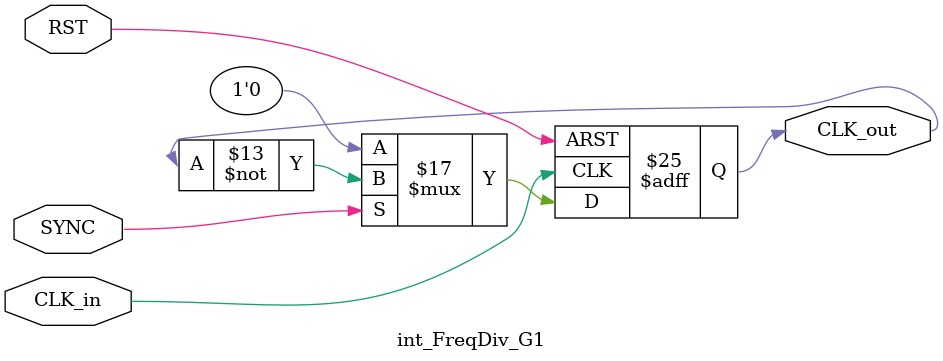
<source format=v>
/***********************************************
Module Name:   int_FreqDiv_G1
Feature:       Integer frequency division which the factor must be greater than 1
               Coder:         Garfield
Organization:  XXXX Group, Department of Architecture
------------------------------------------------------
Input ports:   CLK_in, 1bit clock
               RST, 1 bit, reset
               SYNC, 1 bit, synchronization flag,
                     CLK_out forced a positive edge after it's posedge
Output Ports:  CLK_out, Divided Clock
------------------------------------------------------
History:
02-05-2016: First Version by Garfield
02-05-2016: First verified by int_FreqDiv_G1_test  ISE/Modelsim
***********************************************/


module  int_FreqDiv_G1 #(parameter DIV = 2)
//DIV: factor for frequency division
 ( 
    input CLK_in, RST, SYNC,
    output reg CLK_out
  );
  
function integer int_log2(input integer num);
//Return the up-integer for log2(num)
begin
    int_log2 = 1;
    //Initial
    while ( (2 ** int_log2) < num)
    //Not reaching the number
    begin
        int_log2 = int_log2 + 1;
    end
end
endfunction

localparam REVERSE = (DIV-2) / 2;
//Definition for Variables in the module
localparam WIDTH = int_log2(DIV);
reg[WIDTH - 1:0]  counter;
//Counter in the module

//Load other module(s)

//Logic          
always @(posedge CLK_in or negedge RST)
//Counter operation
begin
    if (!RST)
    //Reset
    begin
        counter <= DIV - 1;
    //Posedge generate as soon as leave reset-statement
    end
    else if (!SYNC)
    //Diable
    begin
        counter <= DIV - 1;
    //Posedge generate as soon as leave reset-statement
    end
    else if (counter == DIV -1)
    //Reached the division value
    begin
        counter <= 1'h0;
    end
    else
    //Not yet
    begin
        counter <= counter + 1'h1;
    end
end

always @(posedge CLK_in or negedge RST)
//Clock divided operation
begin
    if (!RST)
    //Reset
    begin
        CLK_out <= 1'h0;
    end
    else if (!SYNC)
    //Diable
    begin
        CLK_out <= 1'h0;
    //Posedge generate as soon as leave reset-statement
    end
    else if ( (counter == DIV -1 ) || (counter == REVERSE) )
    //Reached the division value or reversing value
    begin
        CLK_out <= ~CLK_out;
    end
end
endmodule
</source>
